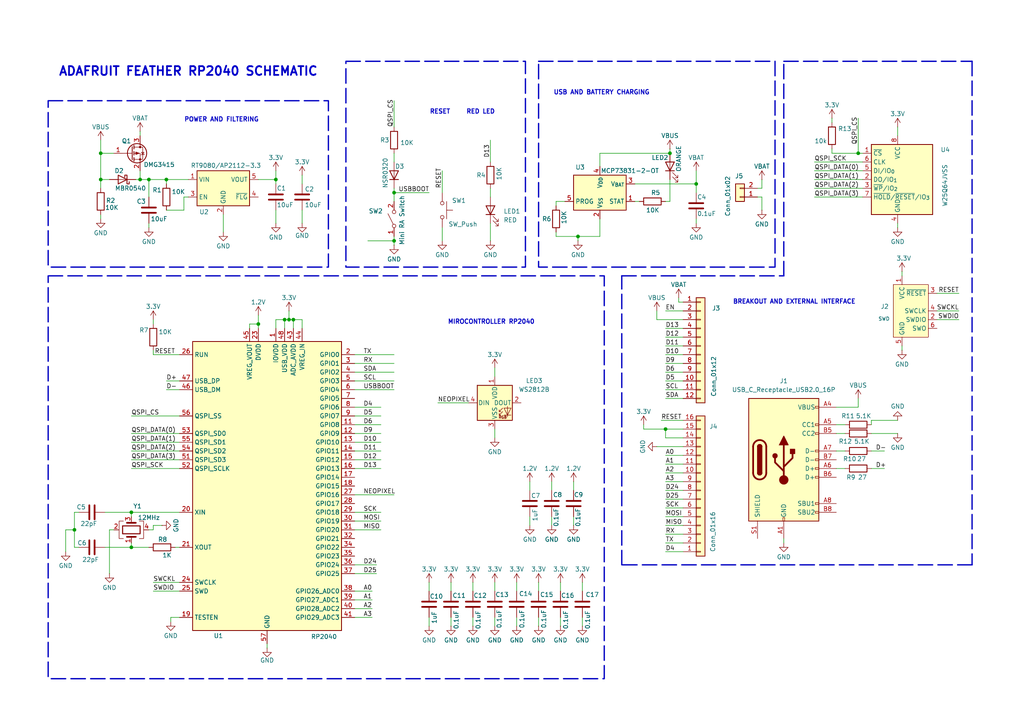
<source format=kicad_sch>
(kicad_sch (version 20250114) (generator "eeschema") (generator_version "9.0")
  (paper "A4")
  (rectangle (start 156.21 17.78) (end 224.79 77.47) (stroke (width 0.381) (type dash)))
  (rectangle (start 13.97 29.21) (end 95.25 77.47) (stroke (width 0.381) (type dash)))
  (rectangle (start 13.97 80.01) (end 175.26 196.85) (stroke (width 0.381) (type dash)))
  (rectangle (start 100.33 17.78) (end 152.4 77.47) (stroke (width 0.381) (type dash)))
  (text "USB AND BATTERY CHARGING" (at 174.498 26.924 0) (effects (font (size 1.27 1.27) (thickness 0.254) (bold yes))))
  (text "MIROCONTROLLER RP2040\n" (at 142.494 93.472 0) (effects (font (size 1.27 1.27) (thickness 0.254) (bold yes))))
  (text "POWER AND FILTERING\n" (at 64.262 34.798 0) (effects (font (size 1.27 1.27) (thickness 0.254) (bold yes))))
  (text "BREAKOUT AND EXTERNAL INTERFACE" (at 230.378 87.63 0) (effects (font (size 1.27 1.27) (thickness 0.254) (bold yes))))
  (text "RESET     RED LED" (at 134.112 32.512 0) (effects (font (size 1.27 1.27) (thickness 0.254) (bold yes))))
  (text "ADAFRUIT FEATHER RP2040 SCHEMATIC" (at 54.61 20.828 0) (effects (font (size 2.54 2.54) (thickness 0.508) (bold yes))))
  (junction (at 29.21 52.07))
  (junction (at 248.92 44.45))
  (junction (at 38.1 148.59))
  (junction (at 201.93 53.34))
  (junction (at 38.1 158.75))
  (junction (at 83.82 92.71))
  (junction (at 167.64 68.58))
  (junction (at 82.55 92.71))
  (junction (at 40.64 52.07))
  (junction (at 85.09 92.71))
  (junction (at 194.31 44.45))
  (junction (at 193.04 124.46))
  (junction (at 80.01 52.07))
  (junction (at 29.21 44.45))
  (junction (at 21.59 153.67))
  (junction (at 114.3 69.85))
  (junction (at 74.93 93.98))
  (junction (at 48.26 52.07))
  (junction (at 43.18 52.07))
  (junction (at 114.3 55.88))
  (wire (pts (xy 80.01 52.07) (xy 80.01 53.34)))
  (wire (pts (xy 38.1 130.81) (xy 52.07 130.81)))
  (wire (pts (xy 161.29 58.42) (xy 163.83 58.42)))
  (wire (pts (xy 194.31 43.18) (xy 194.31 44.45)))
  (wire (pts (xy 83.82 92.71) (xy 82.55 92.71)))
  (wire (pts (xy 48.26 60.96) (xy 53.34 60.96)))
  (wire (pts (xy 31.75 153.67) (xy 33.02 153.67)))
  (wire (pts (xy 102.87 166.37) (xy 109.22 166.37)))
  (wire (pts (xy 127 116.84) (xy 135.89 116.84)))
  (wire (pts (xy 143.51 124.46) (xy 143.51 127)))
  (wire (pts (xy 252.73 135.89) (xy 256.54 135.89)))
  (wire (pts (xy 114.3 55.88) (xy 124.46 55.88)))
  (wire (pts (xy 236.22 46.99) (xy 250.19 46.99)))
  (wire (pts (xy 85.09 92.71) (xy 87.63 92.71)))
  (wire (pts (xy 48.26 52.07) (xy 54.61 52.07)))
  (wire (pts (xy 44.45 171.45) (xy 52.07 171.45)))
  (polyline (pts (xy 180.34 80.01) (xy 180.34 80.01)))
  (wire (pts (xy 102.87 163.83) (xy 109.22 163.83)))
  (wire (pts (xy 191.77 121.92) (xy 198.12 121.92)))
  (wire (pts (xy 261.62 100.33) (xy 261.62 101.6)))
  (wire (pts (xy 102.87 143.51) (xy 114.3 143.51)))
  (wire (pts (xy 193.04 147.32) (xy 198.12 147.32)))
  (wire (pts (xy 44.45 101.6) (xy 44.45 102.87)))
  (wire (pts (xy 102.87 173.99) (xy 107.95 173.99)))
  (wire (pts (xy 31.75 52.07) (xy 29.21 52.07)))
  (wire (pts (xy 190.5 90.17) (xy 190.5 92.71)))
  (wire (pts (xy 74.93 91.44) (xy 74.93 93.98)))
  (wire (pts (xy 114.3 54.61) (xy 114.3 55.88)))
  (wire (pts (xy 161.29 59.69) (xy 161.29 58.42)))
  (wire (pts (xy 248.92 34.29) (xy 248.92 44.45)))
  (wire (pts (xy 193.04 149.86) (xy 198.12 149.86)))
  (wire (pts (xy 102.87 133.35) (xy 110.49 133.35)))
  (wire (pts (xy 77.47 186.69) (xy 77.47 187.96)))
  (polyline (pts (xy 180.34 163.83) (xy 180.34 80.01)) (stroke (width 0.381) (type dash)))
  (wire (pts (xy 156.21 168.91) (xy 156.21 171.45)))
  (wire (pts (xy 43.18 52.07) (xy 43.18 57.15)))
  (wire (pts (xy 242.57 135.89) (xy 245.11 135.89)))
  (wire (pts (xy 143.51 179.07) (xy 143.51 181.61)))
  (wire (pts (xy 220.98 57.15) (xy 219.71 57.15)))
  (wire (pts (xy 252.73 130.81) (xy 256.54 130.81)))
  (wire (pts (xy 142.24 54.61) (xy 142.24 57.15)))
  (polyline (pts (xy 281.94 163.83) (xy 180.34 163.83)) (stroke (width 0.381) (type dash)))
  (wire (pts (xy 40.64 49.53) (xy 40.64 52.07)))
  (wire (pts (xy 80.01 60.96) (xy 80.01 64.77)))
  (wire (pts (xy 271.78 85.09) (xy 278.13 85.09)))
  (wire (pts (xy 22.86 148.59) (xy 21.59 148.59)))
  (wire (pts (xy 102.87 135.89) (xy 110.49 135.89)))
  (wire (pts (xy 186.69 123.19) (xy 186.69 124.46)))
  (wire (pts (xy 242.57 123.19) (xy 245.11 123.19)))
  (wire (pts (xy 44.45 102.87) (xy 52.07 102.87)))
  (wire (pts (xy 128.27 66.04) (xy 128.27 69.85)))
  (wire (pts (xy 160.02 149.86) (xy 160.02 152.4)))
  (wire (pts (xy 50.8 158.75) (xy 52.07 158.75)))
  (wire (pts (xy 137.16 168.91) (xy 137.16 171.45)))
  (wire (pts (xy 114.3 29.21) (xy 114.3 36.83)))
  (wire (pts (xy 74.93 52.07) (xy 80.01 52.07)))
  (wire (pts (xy 40.64 52.07) (xy 43.18 52.07)))
  (wire (pts (xy 128.27 49.53) (xy 128.27 55.88)))
  (wire (pts (xy 44.45 152.4) (xy 44.45 153.67)))
  (wire (pts (xy 153.67 139.7) (xy 153.67 142.24)))
  (wire (pts (xy 48.26 52.07) (xy 48.26 53.34)))
  (wire (pts (xy 193.04 144.78) (xy 198.12 144.78)))
  (wire (pts (xy 241.3 34.29) (xy 241.3 35.56)))
  (wire (pts (xy 166.37 139.7) (xy 166.37 142.24)))
  (wire (pts (xy 193.04 157.48) (xy 198.12 157.48)))
  (wire (pts (xy 44.45 168.91) (xy 52.07 168.91)))
  (wire (pts (xy 193.04 127) (xy 198.12 127)))
  (polyline (pts (xy 227.33 17.78) (xy 281.94 17.78)) (stroke (width 0.381) (type dash)))
  (wire (pts (xy 38.1 148.59) (xy 38.1 149.86)))
  (wire (pts (xy 190.5 129.54) (xy 198.12 129.54)))
  (wire (pts (xy 193.04 105.41) (xy 198.12 105.41)))
  (wire (pts (xy 87.63 92.71) (xy 87.63 95.25)))
  (wire (pts (xy 193.04 139.7) (xy 198.12 139.7)))
  (wire (pts (xy 130.81 179.07) (xy 130.81 181.61)))
  (wire (pts (xy 124.46 179.07) (xy 124.46 181.61)))
  (wire (pts (xy 184.15 58.42) (xy 185.42 58.42)))
  (wire (pts (xy 252.73 121.92) (xy 252.73 123.19)))
  (wire (pts (xy 43.18 52.07) (xy 48.26 52.07)))
  (wire (pts (xy 74.93 93.98) (xy 72.39 93.98)))
  (wire (pts (xy 102.87 130.81) (xy 110.49 130.81)))
  (wire (pts (xy 142.24 64.77) (xy 142.24 69.85)))
  (wire (pts (xy 194.31 58.42) (xy 193.04 58.42)))
  (wire (pts (xy 29.21 44.45) (xy 33.02 44.45)))
  (wire (pts (xy 236.22 49.53) (xy 250.19 49.53)))
  (wire (pts (xy 87.63 60.96) (xy 87.63 64.77)))
  (wire (pts (xy 153.67 149.86) (xy 153.67 152.4)))
  (wire (pts (xy 30.48 158.75) (xy 38.1 158.75)))
  (wire (pts (xy 193.04 100.33) (xy 198.12 100.33)))
  (wire (pts (xy 124.46 168.91) (xy 124.46 171.45)))
  (wire (pts (xy 193.04 132.08) (xy 198.12 132.08)))
  (wire (pts (xy 193.04 107.95) (xy 198.12 107.95)))
  (wire (pts (xy 173.99 68.58) (xy 173.99 63.5)))
  (wire (pts (xy 242.57 130.81) (xy 245.11 130.81)))
  (wire (pts (xy 220.98 57.15) (xy 220.98 60.96)))
  (wire (pts (xy 242.57 125.73) (xy 245.11 125.73)))
  (wire (pts (xy 149.86 179.07) (xy 149.86 181.61)))
  (wire (pts (xy 201.93 49.53) (xy 201.93 53.34)))
  (wire (pts (xy 102.87 105.41) (xy 114.3 105.41)))
  (wire (pts (xy 142.24 40.64) (xy 142.24 46.99)))
  (wire (pts (xy 149.86 168.91) (xy 149.86 171.45)))
  (wire (pts (xy 64.77 62.23) (xy 64.77 67.31)))
  (wire (pts (xy 193.04 90.17) (xy 198.12 90.17)))
  (wire (pts (xy 21.59 148.59) (xy 21.59 153.67)))
  (wire (pts (xy 39.37 52.07) (xy 40.64 52.07)))
  (wire (pts (xy 143.51 106.68) (xy 143.51 109.22)))
  (wire (pts (xy 102.87 120.65) (xy 110.49 120.65)))
  (wire (pts (xy 102.87 123.19) (xy 110.49 123.19)))
  (wire (pts (xy 193.04 97.79) (xy 198.12 97.79)))
  (wire (pts (xy 196.85 86.36) (xy 196.85 87.63)))
  (wire (pts (xy 236.22 57.15) (xy 250.19 57.15)))
  (wire (pts (xy 49.53 179.07) (xy 52.07 179.07)))
  (wire (pts (xy 19.05 153.67) (xy 21.59 153.67)))
  (wire (pts (xy 102.87 153.67) (xy 110.49 153.67)))
  (wire (pts (xy 102.87 118.11) (xy 110.49 118.11)))
  (wire (pts (xy 193.04 113.03) (xy 198.12 113.03)))
  (wire (pts (xy 190.5 92.71) (xy 198.12 92.71)))
  (wire (pts (xy 19.05 160.02) (xy 19.05 153.67)))
  (wire (pts (xy 194.31 44.45) (xy 173.99 44.45)))
  (wire (pts (xy 82.55 92.71) (xy 80.01 92.71)))
  (wire (pts (xy 193.04 142.24) (xy 198.12 142.24)))
  (wire (pts (xy 193.04 110.49) (xy 198.12 110.49)))
  (wire (pts (xy 201.93 63.5) (xy 201.93 64.77)))
  (wire (pts (xy 48.26 110.49) (xy 52.07 110.49)))
  (polyline (pts (xy 180.34 80.01) (xy 227.33 80.01)) (stroke (width 0.381) (type dash)))
  (wire (pts (xy 161.29 67.31) (xy 161.29 68.58)))
  (wire (pts (xy 102.87 128.27) (xy 110.49 128.27)))
  (polyline (pts (xy 281.94 17.78) (xy 281.94 163.83)) (stroke (width 0.381) (type dash)))
  (wire (pts (xy 184.15 53.34) (xy 201.93 53.34)))
  (wire (pts (xy 248.92 44.45) (xy 250.19 44.45)))
  (wire (pts (xy 38.1 133.35) (xy 52.07 133.35)))
  (wire (pts (xy 21.59 158.75) (xy 22.86 158.75)))
  (wire (pts (xy 173.99 44.45) (xy 173.99 48.26)))
  (wire (pts (xy 29.21 40.64) (xy 29.21 44.45)))
  (wire (pts (xy 227.33 156.21) (xy 227.33 157.48)))
  (wire (pts (xy 220.98 52.07) (xy 220.98 54.61)))
  (wire (pts (xy 162.56 179.07) (xy 162.56 181.61)))
  (wire (pts (xy 167.64 68.58) (xy 167.64 69.85)))
  (wire (pts (xy 44.45 153.67) (xy 43.18 153.67)))
  (wire (pts (xy 261.62 78.74) (xy 261.62 80.01)))
  (wire (pts (xy 161.29 68.58) (xy 167.64 68.58)))
  (wire (pts (xy 29.21 62.23) (xy 29.21 63.5)))
  (wire (pts (xy 102.87 148.59) (xy 110.49 148.59)))
  (wire (pts (xy 166.37 149.86) (xy 166.37 152.4)))
  (wire (pts (xy 85.09 92.71) (xy 85.09 95.25)))
  (wire (pts (xy 38.1 120.65) (xy 52.07 120.65)))
  (wire (pts (xy 248.92 118.11) (xy 248.92 115.57)))
  (wire (pts (xy 143.51 168.91) (xy 143.51 171.45)))
  (wire (pts (xy 193.04 137.16) (xy 198.12 137.16)))
  (wire (pts (xy 102.87 179.07) (xy 107.95 179.07)))
  (wire (pts (xy 130.81 168.91) (xy 130.81 171.45)))
  (wire (pts (xy 193.04 102.87) (xy 198.12 102.87)))
  (wire (pts (xy 38.1 135.89) (xy 52.07 135.89)))
  (wire (pts (xy 278.13 92.71) (xy 271.78 92.71)))
  (wire (pts (xy 38.1 148.59) (xy 52.07 148.59)))
  (wire (pts (xy 194.31 52.07) (xy 194.31 58.42)))
  (wire (pts (xy 162.56 168.91) (xy 162.56 171.45)))
  (wire (pts (xy 260.35 64.77) (xy 260.35 66.04)))
  (wire (pts (xy 29.21 52.07) (xy 29.21 54.61)))
  (wire (pts (xy 83.82 92.71) (xy 85.09 92.71)))
  (wire (pts (xy 106.68 69.85) (xy 114.3 69.85)))
  (wire (pts (xy 80.01 92.71) (xy 80.01 95.25)))
  (wire (pts (xy 38.1 125.73) (xy 52.07 125.73)))
  (wire (pts (xy 44.45 92.71) (xy 44.45 93.98)))
  (wire (pts (xy 156.21 179.07) (xy 156.21 181.61)))
  (wire (pts (xy 102.87 125.73) (xy 110.49 125.73)))
  (wire (pts (xy 114.3 68.58) (xy 114.3 69.85)))
  (wire (pts (xy 236.22 54.61) (xy 250.19 54.61)))
  (wire (pts (xy 102.87 176.53) (xy 107.95 176.53)))
  (wire (pts (xy 114.3 44.45) (xy 114.3 46.99)))
  (wire (pts (xy 193.04 95.25) (xy 198.12 95.25)))
  (polyline (pts (xy 227.33 80.01) (xy 227.33 17.78)) (stroke (width 0.381) (type dash)))
  (wire (pts (xy 260.35 121.92) (xy 252.73 121.92)))
  (wire (pts (xy 193.04 134.62) (xy 198.12 134.62)))
  (wire (pts (xy 40.64 38.1) (xy 40.64 39.37)))
  (wire (pts (xy 201.93 53.34) (xy 201.93 55.88)))
  (wire (pts (xy 83.82 90.17) (xy 83.82 92.71)))
  (wire (pts (xy 53.34 57.15) (xy 54.61 57.15)))
  (wire (pts (xy 114.3 69.85) (xy 114.3 71.12)))
  (wire (pts (xy 46.99 152.4) (xy 44.45 152.4)))
  (wire (pts (xy 260.35 36.83) (xy 260.35 39.37)))
  (wire (pts (xy 102.87 151.13) (xy 110.49 151.13)))
  (wire (pts (xy 193.04 124.46) (xy 193.04 127)))
  (wire (pts (xy 30.48 148.59) (xy 38.1 148.59)))
  (wire (pts (xy 43.18 64.77) (xy 43.18 66.04)))
  (wire (pts (xy 193.04 160.02) (xy 198.12 160.02)))
  (wire (pts (xy 82.55 92.71) (xy 82.55 95.25)))
  (wire (pts (xy 193.04 115.57) (xy 198.12 115.57)))
  (wire (pts (xy 193.04 152.4) (xy 198.12 152.4)))
  (wire (pts (xy 21.59 153.67) (xy 21.59 158.75)))
  (wire (pts (xy 48.26 113.03) (xy 52.07 113.03)))
  (wire (pts (xy 241.3 44.45) (xy 248.92 44.45)))
  (wire (pts (xy 102.87 102.87) (xy 114.3 102.87)))
  (wire (pts (xy 167.64 68.58) (xy 173.99 68.58)))
  (wire (pts (xy 193.04 124.46) (xy 198.12 124.46)))
  (wire (pts (xy 168.91 179.07) (xy 168.91 181.61)))
  (wire (pts (xy 168.91 168.91) (xy 168.91 171.45)))
  (wire (pts (xy 241.3 44.45) (xy 241.3 43.18)))
  (wire (pts (xy 160.02 139.7) (xy 160.02 142.24)))
  (wire (pts (xy 278.13 90.17) (xy 271.78 90.17)))
  (wire (pts (xy 74.93 93.98) (xy 74.93 95.25)))
  (wire (pts (xy 72.39 93.98) (xy 72.39 95.25)))
  (wire (pts (xy 80.01 49.53) (xy 80.01 52.07)))
  (wire (pts (xy 252.73 125.73) (xy 260.35 125.73)))
  (wire (pts (xy 198.12 87.63) (xy 196.85 87.63)))
  (wire (pts (xy 220.98 54.61) (xy 219.71 54.61)))
  (wire (pts (xy 186.69 124.46) (xy 193.04 124.46)))
  (wire (pts (xy 38.1 158.75) (xy 43.18 158.75)))
  (wire (pts (xy 53.34 60.96) (xy 53.34 57.15)))
  (wire (pts (xy 87.63 50.8) (xy 87.63 53.34)))
  (wire (pts (xy 49.53 180.34) (xy 49.53 179.07)))
  (wire (pts (xy 114.3 55.88) (xy 114.3 58.42)))
  (wire (pts (xy 29.21 44.45) (xy 29.21 52.07)))
  (wire (pts (xy 193.04 154.94) (xy 198.12 154.94)))
  (wire (pts (xy 31.75 153.67) (xy 31.75 166.37)))
  (wire (pts (xy 102.87 107.95) (xy 114.3 107.95)))
  (wire (pts (xy 137.16 179.07) (xy 137.16 181.61)))
  (wire (pts (xy 102.87 113.03) (xy 114.3 113.03)))
  (wire (pts (xy 236.22 52.07) (xy 250.19 52.07)))
  (wire (pts (xy 242.57 118.11) (xy 248.92 118.11)))
  (wire (pts (xy 38.1 128.27) (xy 52.07 128.27)))
  (wire (pts (xy 102.87 171.45) (xy 107.95 171.45)))
  (wire (pts (xy 102.87 110.49) (xy 114.3 110.49)))
  (wire (pts (xy 38.1 157.48) (xy 38.1 158.75)))
  (label "TX" (at 105.41 102.87 0))
  (label "SCK" (at 193.04 147.32 0))
  (label "SCK" (at 105.41 148.59 0))
  (label "QSPI_DATA(1)" (at 38.1 128.27 0))
  (label "D13" (at 142.24 45.72 90))
  (label "QSPI_DATA(0)" (at 38.1 125.73 0))
  (label "D-" (at 254 130.81 0))
  (label "NEOPIXEL" (at 105.41 143.51 0))
  (label "A2" (at 193.04 137.16 0))
  (label "SDA" (at 193.04 115.57 0))
  (label "RESET" (at 128.27 54.61 90))
  (label "D24" (at 105.41 163.83 0))
  (label "QSPI_DATA(2)" (at 236.22 54.61 0))
  (label "A3" (at 193.04 139.7 0))
  (label "NEOPIXEL" (at 127 116.84 0))
  (label "D10" (at 193.04 102.87 0))
  (label "D12" (at 193.04 97.79 0))
  (label "QSPI_CS" (at 248.92 41.91 90))
  (label "A2" (at 105.41 176.53 0))
  (label "D10" (at 105.41 128.27 0))
  (label "EN" (at 193.04 90.17 0))
  (label "D9" (at 105.41 125.73 0))
  (label "A0" (at 193.04 132.08 0))
  (label "RX" (at 105.41 105.41 0))
  (label "QSPI_DATA(0)" (at 236.22 49.53 0))
  (label "SWCKL" (at 278.13 90.17 180))
  (label "D5" (at 105.41 120.65 0))
  (label "MISO" (at 193.04 152.4 0))
  (label "MOSI" (at 193.04 149.86 0))
  (label "USBBOOT" (at 105.41 113.03 0))
  (label "QSPI_DATA(3)" (at 38.1 133.35 0))
  (label "D6" (at 105.41 123.19 0))
  (label "MISO" (at 105.41 153.67 0))
  (label "RESET" (at 278.13 85.09 180))
  (label "D25" (at 193.04 144.78 0))
  (label "RESET" (at 50.8 102.87 180))
  (label "A0" (at 105.41 171.45 0))
  (label "QSPI_DATA(3)" (at 236.22 57.15 0))
  (label "QSPI_SCK" (at 38.1 135.89 0))
  (label "QSPI_CS" (at 114.3 36.83 90))
  (label "D24" (at 193.04 142.24 0))
  (label "D4" (at 193.04 160.02 0))
  (label "RESET" (at 191.77 121.92 0))
  (label "SWCKL" (at 44.45 168.91 0))
  (label "QSPI_CS" (at 38.1 120.65 0))
  (label "SCL" (at 193.04 113.03 0))
  (label "MOSI" (at 105.41 151.13 0))
  (label "D11" (at 193.04 100.33 0))
  (label "D6" (at 193.04 107.95 0))
  (label "D9" (at 193.04 105.41 0))
  (label "D5" (at 193.04 110.49 0))
  (label "SDA" (at 105.41 107.95 0))
  (label "USBBOOT" (at 115.57 55.88 0))
  (label "TX" (at 193.04 157.48 0))
  (label "D13" (at 193.04 95.25 0))
  (label "D12" (at 105.41 133.35 0))
  (label "SCL" (at 105.41 110.49 0))
  (label "QSPI_DATA(2)" (at 38.1 130.81 0))
  (label "D4" (at 105.41 118.11 0))
  (label "RX" (at 193.04 154.94 0))
  (label "D13" (at 105.41 135.89 0))
  (label "QSPI_SCK" (at 236.22 46.99 0))
  (label "A1" (at 105.41 173.99 0))
  (label "QSPI_DATA(1)" (at 236.22 52.07 0))
  (label "D-" (at 48.26 113.03 0))
  (label "SWDIO" (at 278.13 92.71 180))
  (label "D25" (at 105.41 166.37 0))
  (label "A3" (at 105.41 179.07 0))
  (label "D11" (at 105.41 130.81 0))
  (label "D+" (at 254 135.89 0))
  (label "SWDIO" (at 44.45 171.45 0))
  (label "D+" (at 48.26 110.49 0))
  (label "A1" (at 193.04 134.62 0))
  (symbol (lib_id "power:GND") (at 143.51 127 0) (unit 1)
    (property "Reference" "#PWR061" (effects (hide yes)))
    (property "Value" "GND" (at 143.51 131.064 0))
    (property "Description" "Power symbol creates a global label with name \"GND\" , ground" (effects (hide yes)))
  )
  (symbol (lib_id "Device:LED") (at 142.24 60.96 90) (unit 1)
    (property "Reference" "LED1" (at 146.05 61.2774 90) (effects (justify right)))
    (property "Value" "RED" (at 146.05 63.8174 90) (effects (justify right)))
    (property "Footprint" "LED_SMD:LED_0603_1608Metric" (effects (hide yes)))
    (property "Description" "Light emitting diode" (effects (hide yes)))
    (property "Sim.Pins" "1=K 2=A" (effects (hide yes)))
  )
  (symbol (lib_id "Device:C") (at 201.93 59.69 0) (unit 1)
    (property "Reference" "C4" (at 202.184 57.15 0) (effects (justify left)))
    (property "Value" "0.1uF" (at 202.184 61.976 0) (effects (justify left)))
    (property "Footprint" "Capacitor_SMD:C_0603_1608Metric" (effects (hide yes)))
    (property "Description" "Unpolarized capacitor" (effects (hide yes)))
  )
  (symbol (lib_id "power:VCC") (at 143.51 106.68 0) (unit 1)
    (property "Reference" "#PWR060" (effects (hide yes)))
    (property "Value" "3.3V" (at 143.51 102.87 0))
    (property "Description" "Power symbol creates a global label with name \"VCC\"" (effects (hide yes)))
  )
  (symbol (lib_id "power:VCC") (at 40.64 38.1 0) (unit 1)
    (property "Reference" "#PWR03" (effects (hide yes)))
    (property "Value" "VBAT" (at 40.64 34.29 0))
    (property "Description" "Power symbol creates a global label with name \"VCC\"" (effects (hide yes)))
  )
  (symbol (lib_id "power:VCC") (at 201.93 49.53 0) (unit 1)
    (property "Reference" "#PWR016" (effects (hide yes)))
    (property "Value" "VBAT" (at 201.93 45.72 0))
    (property "Description" "Power symbol creates a global label with name \"VCC\"" (effects (hide yes)))
  )
  (symbol (lib_id "power:VCC") (at 168.91 168.91 0) (unit 1)
    (property "Reference" "#PWR041" (effects (hide yes)))
    (property "Value" "3.3V" (at 168.91 165.1 0))
    (property "Description" "Power symbol creates a global label with name \"VCC\"" (effects (hide yes)))
  )
  (symbol (lib_id "Connector_Generic:Conn_01x12") (at 203.2 100.33 0) (unit 1)
    (property "Reference" "J3" (at 206.502 89.408 0) (effects (justify left)))
    (property "Value" "Conn_01x12" (at 207.01 115.062 90) (effects (justify left)))
    (property "Footprint" "Connector_PinHeader_2.54mm:PinHeader_1x12_P2.54mm_Vertical" (effects (hide yes)))
    (property "Description" "Generic connector, single row, 01x12, script generated (kicad-library-utils/schlib/autogen/connector/)" (effects (hide yes)))
  )
  (symbol (lib_id "power:VCC") (at 149.86 168.91 0) (unit 1)
    (property "Reference" "#PWR038" (effects (hide yes)))
    (property "Value" "3.3V" (at 149.86 165.1 0))
    (property "Description" "Power symbol creates a global label with name \"VCC\"" (effects (hide yes)))
  )
  (symbol (lib_id "power:VCC") (at 261.62 78.74 0) (unit 1)
    (property "Reference" "#PWR062" (effects (hide yes)))
    (property "Value" "3.3V" (at 262.128 74.93 0))
    (property "Description" "Power symbol creates a global label with name \"VCC\"" (effects (hide yes)))
  )
  (symbol (lib_id "Device:LED") (at 194.31 48.26 90) (unit 1)
    (property "Reference" "LED2" (at 188.976 45.72 90) (effects (justify right)))
    (property "Value" "ORANGE" (at 196.85 42.164 0) (effects (justify right)))
    (property "Footprint" "LED_SMD:LED_0603_1608Metric" (effects (hide yes)))
    (property "Description" "Light emitting diode" (effects (hide yes)))
    (property "Sim.Pins" "1=K 2=A" (effects (hide yes)))
  )
  (symbol (lib_id "Transistor_FET:DMG2301L") (at 38.1 44.45 0) (unit 1)
    (property "Reference" "Q1" (at 35.306 40.894 0) (effects (justify left)))
    (property "Value" "DMG3415" (at 41.656 47.752 0) (effects (justify left)))
    (property "Footprint" "Package_TO_SOT_SMD:SOT-23-3" (effects (hide yes)))
    (property "Datasheet" "https://www.diodes.com/assets/Datasheets/DMG2301L.pdf" (effects (hide yes)))
    (property "Description" "-3A Id, -20V Vds, P-Channel MOSFET, SOT-23" (effects (hide yes)))
  )
  (symbol (lib_id "power:GND") (at 77.47 187.96 0) (unit 1)
    (property "Reference" "#PWR028" (effects (hide yes)))
    (property "Value" "GND" (at 77.47 191.516 0))
    (property "Description" "Power symbol creates a global label with name \"GND\" , ground" (effects (hide yes)))
  )
  (symbol (lib_id "power:GND") (at 137.16 181.61 0) (unit 1)
    (property "Reference" "#PWR047" (effects (hide yes)))
    (property "Value" "GND" (at 137.16 185.674 0))
    (property "Description" "Power symbol creates a global label with name \"GND\" , ground" (effects (hide yes)))
  )
  (symbol (lib_id "power:GND") (at 64.77 67.31 0) (unit 1)
    (property "Reference" "#PWR02" (effects (hide yes)))
    (property "Value" "GND" (at 64.77 71.374 0))
    (property "Description" "Power symbol creates a global label with name \"GND\" , ground" (effects (hide yes)))
  )
  (symbol (lib_id "power:GND") (at 130.81 181.61 0) (unit 1)
    (property "Reference" "#PWR046" (effects (hide yes)))
    (property "Value" "GND" (at 130.81 185.674 0))
    (property "Description" "Power symbol creates a global label with name \"GND\" , ground" (effects (hide yes)))
  )
  (symbol (lib_id "power:GND") (at 168.91 181.61 0) (unit 1)
    (property "Reference" "#PWR052" (effects (hide yes)))
    (property "Value" "GND" (at 168.91 185.674 0))
    (property "Description" "Power symbol creates a global label with name \"GND\" , ground" (effects (hide yes)))
  )
  (symbol (lib_id "Device:R") (at 46.99 158.75 90) (unit 1)
    (property "Reference" "R8" (at 48.514 156.464 90) (effects (justify left)))
    (property "Value" "1K" (at 49.784 161.036 90) (effects (justify left)))
    (property "Footprint" "Resistor_SMD:R_0603_1608Metric" (effects (hide yes)))
    (property "Description" "Resistor" (effects (hide yes)))
  )
  (symbol (lib_id "power:GND") (at 261.62 101.6 0) (unit 1)
    (property "Reference" "#PWR063" (effects (hide yes)))
    (property "Value" "GND" (at 261.62 105.664 0))
    (property "Description" "Power symbol creates a global label with name \"GND\" , ground" (effects (hide yes)))
  )
  (symbol (lib_id "Device:C") (at 26.67 158.75 90) (unit 1)
    (property "Reference" "C6" (at 25.146 157.48 90) (effects (justify left)))
    (property "Value" "22pF" (at 28.702 162.306 90) (effects (justify left)))
    (property "Footprint" "Capacitor_SMD:C_0603_1608Metric" (effects (hide yes)))
    (property "Description" "Unpolarized capacitor" (effects (hide yes)))
  )
  (symbol (lib_id "power:VCC") (at 80.01 49.53 0) (unit 1)
    (property "Reference" "#PWR04" (effects (hide yes)))
    (property "Value" "3.3V" (at 80.01 45.72 0))
    (property "Description" "Power symbol creates a global label with name \"VCC\"" (effects (hide yes)))
  )
  (symbol (lib_id "power:GND") (at 260.35 66.04 0) (unit 1)
    (property "Reference" "#PWR057" (effects (hide yes)))
    (property "Value" "GND" (at 260.35 70.104 0))
    (property "Description" "Power symbol creates a global label with name \"GND\" , ground" (effects (hide yes)))
  )
  (symbol (lib_id "Device:C") (at 166.37 146.05 180) (unit 1)
    (property "Reference" "C9" (at 169.164 143.51 0) (effects (justify left)))
    (property "Value" "0.1uF" (at 167.64 147.32 90) (effects (justify left)))
    (property "Footprint" "Capacitor_SMD:C_0603_1608Metric" (effects (hide yes)))
    (property "Description" "Unpolarized capacitor" (effects (hide yes)))
  )
  (symbol (lib_id "power:VCC") (at 194.31 43.18 0) (unit 1)
    (property "Reference" "#PWR013" (effects (hide yes)))
    (property "Value" "VBUS" (at 194.31 39.37 0))
    (property "Description" "Power symbol creates a global label with name \"VCC\"" (effects (hide yes)))
  )
  (symbol (lib_id "power:GND") (at 43.18 66.04 0) (unit 1)
    (property "Reference" "#PWR08" (effects (hide yes)))
    (property "Value" "GND" (at 43.18 70.104 0))
    (property "Description" "Power symbol creates a global label with name \"GND\" , ground" (effects (hide yes)))
  )
  (symbol (lib_id "power:VCC") (at 143.51 168.91 0) (unit 1)
    (property "Reference" "#PWR037" (effects (hide yes)))
    (property "Value" "3.3V" (at 143.51 165.1 0))
    (property "Description" "Power symbol creates a global label with name \"VCC\"" (effects (hide yes)))
  )
  (symbol (lib_id "Device:R") (at 248.92 130.81 90) (unit 1)
    (property "Reference" "R10" (at 248.412 133.096 90) (effects (justify left)))
    (property "Value" "27" (at 251.206 133.096 90) (effects (justify left)))
    (property "Footprint" "Resistor_SMD:R_0603_1608Metric" (effects (hide yes)))
    (property "Description" "Resistor" (effects (hide yes)))
  )
  (symbol (lib_id "power:GND") (at 143.51 181.61 0) (unit 1)
    (property "Reference" "#PWR048" (effects (hide yes)))
    (property "Value" "GND" (at 143.51 185.674 0))
    (property "Description" "Power symbol creates a global label with name \"GND\" , ground" (effects (hide yes)))
  )
  (symbol (lib_id "Device:C") (at 43.18 60.96 0) (unit 1)
    (property "Reference" "C3" (at 39.624 58.42 0) (effects (justify left)))
    (property "Value" "10uF" (at 43.688 63.5 0) (effects (justify left)))
    (property "Footprint" "Capacitor_SMD:C_0603_1608Metric" (effects (hide yes)))
    (property "Description" "Unpolarized capacitor" (effects (hide yes)))
  )
  (symbol (lib_id "power:VCC") (at 186.69 123.19 0) (unit 1)
    (property "Reference" "#PWR021" (effects (hide yes)))
    (property "Value" "3.3V" (at 186.69 119.38 0))
    (property "Description" "Power symbol creates a global label with name \"VCC\"" (effects (hide yes)))
  )
  (symbol (lib_id "power:VCC") (at 153.67 139.7 0) (unit 1)
    (property "Reference" "#PWR031" (effects (hide yes)))
    (property "Value" "1.2V" (at 153.67 135.89 0))
    (property "Description" "Power symbol creates a global label with name \"VCC\"" (effects (hide yes)))
  )
  (symbol (lib_id "Device:R") (at 248.92 125.73 90) (unit 1)
    (property "Reference" "R12" (at 247.142 128.016 90) (effects (justify left)))
    (property "Value" "5.1K" (at 252.222 128.016 90) (effects (justify left)))
    (property "Footprint" "Resistor_SMD:R_0603_1608Metric" (effects (hide yes)))
    (property "Description" "Resistor" (effects (hide yes)))
  )
  (symbol (lib_id "Device:C") (at 124.46 175.26 180) (unit 1)
    (property "Reference" "C10" (at 128.524 172.974 0) (effects (justify left)))
    (property "Value" "1uF" (at 125.984 177.292 90) (effects (justify left)))
    (property "Footprint" "Capacitor_SMD:C_0603_1608Metric" (effects (hide yes)))
    (property "Description" "Unpolarized capacitor" (effects (hide yes)))
  )
  (symbol (lib_id "power:VCC") (at 166.37 139.7 0) (unit 1)
    (property "Reference" "#PWR033" (effects (hide yes)))
    (property "Value" "1.2V" (at 166.37 135.89 0))
    (property "Description" "Power symbol creates a global label with name \"VCC\"" (effects (hide yes)))
  )
  (symbol (lib_id "Device:R") (at 241.3 39.37 0) (unit 1)
    (property "Reference" "R13" (at 243.078 37.338 0) (effects (justify left)))
    (property "Value" "10k" (at 236.22 40.894 0) (effects (justify left)))
    (property "Footprint" "Resistor_SMD:R_0603_1608Metric" (effects (hide yes)))
    (property "Description" "Resistor" (effects (hide yes)))
  )
  (symbol (lib_id "Device:C") (at 153.67 146.05 180) (unit 1)
    (property "Reference" "C7" (at 156.718 143.764 0) (effects (justify left)))
    (property "Value" "1uF" (at 155.194 147.574 90) (effects (justify left)))
    (property "Footprint" "Capacitor_SMD:C_0603_1608Metric" (effects (hide yes)))
    (property "Description" "Unpolarized capacitor" (effects (hide yes)))
  )
  (symbol (lib_id "Device:R") (at 114.3 40.64 0) (unit 1)
    (property "Reference" "R3" (at 110.236 40.64 0) (effects (justify left)))
    (property "Value" "10K" (at 116.078 41.402 0) (effects (justify left)))
    (property "Footprint" "Resistor_SMD:R_0603_1608Metric" (effects (hide yes)))
    (property "Description" "Resistor" (effects (hide yes)))
  )
  (symbol (lib_id "Memory_Flash:W25Q32JVSS") (at 260.35 52.07 0) (unit 1)
    (property "Reference" "U4" (at 272.796 43.434 0) (effects (justify left)))
    (property "Value" "W25Q64JVSS" (at 274.066 59.944 90) (effects (justify left)))
    (property "Footprint" "Package_SO:SOIC-8_5.3x5.3mm_P1.27mm" (effects (hide yes)))
    (property "Datasheet" "http://www.winbond.com/resource-files/w25q32jv%20revg%2003272018%20plus.pdf" (effects (hide yes)))
    (property "Description" "32Mbit / 4MiB Serial Flash Memory, Standard/Dual/Quad SPI, 2.7-3.6V, SOIC-8 (208 mil)" (effects (hide yes)))
  )
  (symbol (lib_id "power:GND") (at 190.5 129.54 270) (unit 1)
    (property "Reference" "#PWR022" (effects (hide yes)))
    (property "Value" "GND" (at 186.436 129.54 0))
    (property "Description" "Power symbol creates a global label with name \"GND\" , ground" (effects (hide yes)))
  )
  (symbol (lib_id "power:GND") (at 167.64 69.85 0) (unit 1)
    (property "Reference" "#PWR014" (effects (hide yes)))
    (property "Value" "GND" (at 167.64 73.914 0))
    (property "Description" "Power symbol creates a global label with name \"GND\" , ground" (effects (hide yes)))
  )
  (symbol (lib_id "power:GND") (at 124.46 181.61 0) (unit 1)
    (property "Reference" "#PWR045" (effects (hide yes)))
    (property "Value" "GND" (at 124.46 185.674 0))
    (property "Description" "Power symbol creates a global label with name \"GND\" , ground" (effects (hide yes)))
  )
  (symbol (lib_id "power:GND") (at 31.75 166.37 0) (unit 1)
    (property "Reference" "#PWR065" (effects (hide yes)))
    (property "Value" "GND" (at 31.75 170.434 0))
    (property "Description" "Power symbol creates a global label with name \"GND\" , ground" (effects (hide yes)))
  )
  (symbol (lib_id "Connector:USB_C_Receptacle_USB2.0_16P") (at 227.33 133.35 0) (unit 1)
    (property "Reference" "J1" (at 227.33 110.49 0))
    (property "Value" "USB_C_Receptacle_USB2.0_16P" (at 227.33 113.03 0))
    (property "Footprint" "Connector_USB:USB_C_Receptacle_GCT_USB4105-xx-A_16P_TopMnt_Horizontal" (effects (hide yes)))
    (property "Datasheet" "https://www.usb.org/sites/default/files/documents/usb_type-c.zip" (effects (hide yes)))
    (property "Description" "USB 2.0-only 16P Type-C Receptacle connector" (effects (hide yes)))
  )
  (symbol (lib_id "power:GND") (at 87.63 64.77 0) (unit 1)
    (property "Reference" "#PWR07" (effects (hide yes)))
    (property "Value" "GND" (at 87.63 68.326 0))
    (property "Description" "Power symbol creates a global label with name \"GND\" , ground" (effects (hide yes)))
  )
  (symbol (lib_id "Device:R") (at 29.21 58.42 0) (unit 1)
    (property "Reference" "R2" (at 30.734 58.166 0) (effects (justify left)))
    (property "Value" "10K" (at 30.48 60.198 0) (effects (justify left)))
    (property "Footprint" "Resistor_SMD:R_0603_1608Metric" (effects (hide yes)))
    (property "Description" "Resistor" (effects (hide yes)))
  )
  (symbol (lib_id "Device:R") (at 142.24 50.8 0) (unit 1)
    (property "Reference" "R4" (at 138.176 50.8 0) (effects (justify left)))
    (property "Value" "10K" (at 144.78 52.324 90) (effects (justify left)))
    (property "Footprint" "Resistor_SMD:R_0603_1608Metric" (effects (hide yes)))
    (property "Description" "Resistor" (effects (hide yes)))
  )
  (symbol (lib_id "power:VCC") (at 160.02 139.7 0) (unit 1)
    (property "Reference" "#PWR032" (effects (hide yes)))
    (property "Value" "1.2V" (at 160.02 135.89 0))
    (property "Description" "Power symbol creates a global label with name \"VCC\"" (effects (hide yes)))
  )
  (symbol (lib_id "Device:R") (at 161.29 63.5 0) (unit 1)
    (property "Reference" "R6" (at 157.226 63.5 0) (effects (justify left)))
    (property "Value" "10K" (at 163.576 65.024 90) (effects (justify left)))
    (property "Footprint" "Resistor_SMD:R_0603_1608Metric" (effects (hide yes)))
    (property "Description" "Resistor" (effects (hide yes)))
  )
  (symbol (lib_id "power:VCC") (at 83.82 90.17 0) (unit 1)
    (property "Reference" "#PWR026" (effects (hide yes)))
    (property "Value" "3.3V" (at 83.82 86.36 0))
    (property "Description" "Power symbol creates a global label with name \"VCC\"" (effects (hide yes)))
  )
  (symbol (lib_id "LED:WS2812B") (at 143.51 116.84 0) (unit 1)
    (property "Reference" "LED3" (at 154.94 110.4198 0))
    (property "Value" "WS2812B" (at 154.94 112.9598 0))
    (property "Footprint" "LED_SMD:LED_WS2812B_PLCC4_5.0x5.0mm_P3.2mm" (effects (hide yes)))
    (property "Datasheet" "https://cdn-shop.adafruit.com/datasheets/WS2812B.pdf" (effects (hide yes)))
    (property "Description" "RGB LED with integrated controller" (effects (hide yes)))
  )
  (symbol (lib_id "power:GND") (at 80.01 64.77 0) (unit 1)
    (property "Reference" "#PWR06" (effects (hide yes)))
    (property "Value" "GND" (at 80.01 68.834 0))
    (property "Description" "Power symbol creates a global label with name \"GND\" , ground" (effects (hide yes)))
  )
  (symbol (lib_id "Connector_Generic:Conn_01x16") (at 203.2 142.24 0) (mirror x) (unit 1)
    (property "Reference" "J4" (at 205.74 123.698 0) (effects (justify left)))
    (property "Value" "Conn_01x16" (at 206.756 148.336 90) (effects (justify left)))
    (property "Footprint" "Connector_PinHeader_2.54mm:PinHeader_1x16_P2.54mm_Vertical" (effects (hide yes)))
    (property "Description" "Generic connector, single row, 01x16, script generated (kicad-library-utils/schlib/autogen/connector/)" (effects (hide yes)))
  )
  (symbol (lib_id "Device:C") (at 162.56 175.26 180) (unit 1)
    (property "Reference" "C16" (at 166.624 172.72 0) (effects (justify left)))
    (property "Value" "0.1uF" (at 164.084 177.038 90) (effects (justify left)))
    (property "Footprint" "Capacitor_SMD:C_0603_1608Metric" (effects (hide yes)))
    (property "Description" "Unpolarized capacitor" (effects (hide yes)))
  )
  (symbol (lib_id "power:VCC") (at 29.21 40.64 0) (unit 1)
    (property "Reference" "#PWR01" (effects (hide yes)))
    (property "Value" "VBUS" (at 29.21 36.83 0))
    (property "Description" "Power symbol creates a global label with name \"VCC\"" (effects (hide yes)))
  )
  (symbol (lib_id "Connector_Generic:Conn_01x02") (at 214.63 57.15 180) (unit 1)
    (property "Reference" "J5" (at 214.376 51.054 0))
    (property "Value" "Conn_01x02" (at 211.074 56.896 90))
    (property "Footprint" "Connector_JST:JST_EH_S2B-EH_1x02_P2.50mm_Horizontal" (effects (hide yes)))
    (property "Description" "Generic connector, single row, 01x02, script generated (kicad-library-utils/schlib/autogen/connector/)" (effects (hide yes)))
  )
  (symbol (lib_id "power:VCC") (at 130.81 168.91 0) (unit 1)
    (property "Reference" "#PWR035" (effects (hide yes)))
    (property "Value" "3.3V" (at 130.81 165.1 0))
    (property "Description" "Power symbol creates a global label with name \"VCC\"" (effects (hide yes)))
  )
  (symbol (lib_id "power:VCC") (at 162.56 168.91 0) (unit 1)
    (property "Reference" "#PWR040" (effects (hide yes)))
    (property "Value" "3.3V" (at 162.56 165.1 0))
    (property "Description" "Power symbol creates a global label with name \"VCC\"" (effects (hide yes)))
  )
  (symbol (lib_id "Device:R") (at 44.45 97.79 0) (unit 1)
    (property "Reference" "R7" (at 40.386 95.758 0) (effects (justify left)))
    (property "Value" "10K" (at 45.974 96.266 0) (effects (justify left)))
    (property "Footprint" "Resistor_SMD:R_0603_1608Metric" (effects (hide yes)))
    (property "Description" "Resistor" (effects (hide yes)))
  )
  (symbol (lib_id "Device:R") (at 248.92 135.89 90) (unit 1)
    (property "Reference" "R9" (at 248.158 138.43 90) (effects (justify left)))
    (property "Value" "27" (at 251.46 138.43 90) (effects (justify left)))
    (property "Footprint" "Resistor_SMD:R_0603_1608Metric" (effects (hide yes)))
    (property "Description" "Resistor" (effects (hide yes)))
  )
  (symbol (lib_id "power:GND") (at 29.21 63.5 0) (unit 1)
    (property "Reference" "#PWR09" (effects (hide yes)))
    (property "Value" "GND" (at 29.21 67.564 0))
    (property "Description" "Power symbol creates a global label with name \"GND\" , ground" (effects (hide yes)))
  )
  (symbol (lib_id "Device:C") (at 87.63 57.15 0) (unit 1)
    (property "Reference" "C2" (at 88.392 54.864 0) (effects (justify left)))
    (property "Value" "10uF" (at 88.392 59.436 0) (effects (justify left)))
    (property "Footprint" "Capacitor_SMD:C_0603_1608Metric" (effects (hide yes)))
    (property "Description" "Unpolarized capacitor" (effects (hide yes)))
  )
  (symbol (lib_id "Device:C") (at 160.02 146.05 180) (unit 1)
    (property "Reference" "C8" (at 163.068 143.51 0) (effects (justify left)))
    (property "Value" "0.1uF" (at 161.29 147.32 90) (effects (justify left)))
    (property "Footprint" "Capacitor_SMD:C_0603_1608Metric" (effects (hide yes)))
    (property "Description" "Unpolarized capacitor" (effects (hide yes)))
  )
  (symbol (lib_id "Device:C") (at 26.67 148.59 90) (unit 1)
    (property "Reference" "C5" (at 24.892 147.066 90) (effects (justify left)))
    (property "Value" "22pF" (at 28.194 151.892 90) (effects (justify left)))
    (property "Footprint" "Capacitor_SMD:C_0603_1608Metric" (effects (hide yes)))
    (property "Description" "Unpolarized capacitor" (effects (hide yes)))
  )
  (symbol (lib_id "power:VCC") (at 260.35 36.83 0) (unit 1)
    (property "Reference" "#PWR058" (effects (hide yes)))
    (property "Value" "3.3V" (at 260.35 33.02 0))
    (property "Description" "Power symbol creates a global label with name \"VCC\"" (effects (hide yes)))
  )
  (symbol (lib_id "Switch:SW_Push") (at 128.27 60.96 270) (unit 1)
    (property "Reference" "SW1" (at 131.064 58.166 90) (effects (justify left)))
    (property "Value" "SW_Push" (at 130.048 65.024 90) (effects (justify left)))
    (property "Footprint" "Button_Switch_SMD:SW_SPST_PTS810" (effects (hide yes)))
    (property "Description" "Push button switch, generic, two pins" (effects (hide yes)))
  )
  (symbol (lib_id "power:VCC") (at 44.45 92.71 0) (unit 1)
    (property "Reference" "#PWR025" (effects (hide yes)))
    (property "Value" "3.3V" (at 44.45 88.9 0))
    (property "Description" "Power symbol creates a global label with name \"VCC\"" (effects (hide yes)))
  )
  (symbol (lib_id "Device:C") (at 168.91 175.26 180) (unit 1)
    (property "Reference" "C17" (at 173.736 172.466 0) (effects (justify left)))
    (property "Value" "0.1uF" (at 170.434 177.038 90) (effects (justify left)))
    (property "Footprint" "Capacitor_SMD:C_0603_1608Metric" (effects (hide yes)))
    (property "Description" "Unpolarized capacitor" (effects (hide yes)))
  )
  (symbol (lib_id "Connector:Conn_ARM_SWD_TagConnect_TC2030-NL") (at 264.16 90.17 0) (unit 1) (in_bom no)
    (property "Reference" "J2" (at 257.81 88.8999 0) (effects (justify right)))
    (property "Value" "SWD" (at 258.064 92.456 0) (effects (font (size 1.016 1.016)) (justify right)))
    (property "Footprint" "Connector:Tag-Connect_TC2030-IDC-NL_2x03_P1.27mm_Vertical" (effects (hide yes)))
    (property "Datasheet" "https://www.tag-connect.com/wp-content/uploads/bsk-pdf-manager/TC2030-CTX_1.pdf" (effects (hide yes)))
    (property "Description" "Tag-Connect ARM Cortex SWD JTAG connector, 6 pin, no legs" (effects (hide yes)))
  )
  (symbol (lib_id "power:VCC") (at 220.98 52.07 0) (unit 1)
    (property "Reference" "#PWR017" (effects (hide yes)))
    (property "Value" "VBAT" (at 220.98 48.26 0))
    (property "Description" "Power symbol creates a global label with name \"VCC\"" (effects (hide yes)))
  )
  (symbol (lib_id "power:GND") (at 19.05 160.02 0) (unit 1)
    (property "Reference" "#PWR030" (effects (hide yes)))
    (property "Value" "GND" (at 19.05 164.084 0))
    (property "Description" "Power symbol creates a global label with name \"GND\" , ground" (effects (hide yes)))
  )
  (symbol (lib_id "power:GND") (at 201.93 64.77 0) (unit 1)
    (property "Reference" "#PWR015" (effects (hide yes)))
    (property "Value" "GND" (at 201.93 68.834 0))
    (property "Description" "Power symbol creates a global label with name \"GND\" , ground" (effects (hide yes)))
  )
  (symbol (lib_id "power:GND") (at 160.02 152.4 0) (unit 1)
    (property "Reference" "#PWR043" (effects (hide yes)))
    (property "Value" "GND" (at 160.02 156.464 0))
    (property "Description" "Power symbol creates a global label with name \"GND\" , ground" (effects (hide yes)))
  )
  (symbol (lib_id "Switch:SW_SPST") (at 114.3 63.5 90) (unit 1)
    (property "Reference" "SW2" (at 106.934 61.214 90) (effects (justify right)))
    (property "Value" "Mini RA Switch" (at 116.586 56.642 0) (effects (justify right)))
    (property "Footprint" "Button_Switch_SMD:SW_SPST_PTS810" (effects (hide yes)))
    (property "Description" "Single Pole Single Throw (SPST) switch" (effects (hide yes)))
  )
  (symbol (lib_id "power:GND") (at 162.56 181.61 0) (unit 1)
    (property "Reference" "#PWR051" (effects (hide yes)))
    (property "Value" "GND" (at 162.56 185.674 0))
    (property "Description" "Power symbol creates a global label with name \"GND\" , ground" (effects (hide yes)))
  )
  (symbol (lib_id "Diode:MBR0540") (at 35.56 52.07 180) (unit 1)
    (property "Reference" "D2" (at 34.544 49.53 0))
    (property "Value" "MBR0540" (at 37.846 54.61 0))
    (property "Footprint" "Diode_SMD:D_SOD-123" (effects (hide yes)))
    (property "Datasheet" "http://www.mccsemi.com/up_pdf/MBR0520~MBR0580(SOD123).pdf" (effects (hide yes)))
    (property "Description" "40V 0.5A Schottky Power Rectifier Diode, SOD-123" (effects (hide yes)))
  )
  (symbol (lib_id "power:GND") (at 220.98 60.96 0) (unit 1)
    (property "Reference" "#PWR018" (effects (hide yes)))
    (property "Value" "GND" (at 220.98 65.024 0))
    (property "Description" "Power symbol creates a global label with name \"GND\" , ground" (effects (hide yes)))
  )
  (symbol (lib_id "Device:C") (at 156.21 175.26 180) (unit 1)
    (property "Reference" "C15" (at 160.528 172.466 0) (effects (justify left)))
    (property "Value" "0.1uF" (at 157.734 176.784 90) (effects (justify left)))
    (property "Footprint" "Capacitor_SMD:C_0603_1608Metric" (effects (hide yes)))
    (property "Description" "Unpolarized capacitor" (effects (hide yes)))
  )
  (symbol (lib_id "Battery_Management:MCP73831-2-OT") (at 173.99 55.88 0) (unit 1)
    (property "Reference" "U3" (at 166.878 48.514 0) (effects (justify left)))
    (property "Value" "MCP73831-2-OT" (at 174.244 49.53 0) (effects (justify left)))
    (property "Footprint" "Package_TO_SOT_SMD:SOT-23-5" (effects (hide yes)))
    (property "Datasheet" "http://ww1.microchip.com/downloads/en/DeviceDoc/20001984g.pdf" (effects (hide yes)))
    (property "Description" "Single cell, Li-Ion/Li-Po charge management controller, 4.20V, Tri-State Status Output, in SOT23-5 package" (effects (hide yes)))
  )
  (symbol (lib_id "power:GND") (at 149.86 181.61 0) (unit 1)
    (property "Reference" "#PWR049" (effects (hide yes)))
    (property "Value" "GND" (at 149.86 185.674 0))
    (property "Description" "Power symbol creates a global label with name \"GND\" , ground" (effects (hide yes)))
  )
  (symbol (lib_id "power:VCC") (at 124.46 168.91 0) (unit 1)
    (property "Reference" "#PWR034" (effects (hide yes)))
    (property "Value" "3.3V" (at 124.46 165.1 0))
    (property "Description" "Power symbol creates a global label with name \"VCC\"" (effects (hide yes)))
  )
  (symbol (lib_id "power:VCC") (at 248.92 115.57 0) (unit 1)
    (property "Reference" "#PWR053" (effects (hide yes)))
    (property "Value" "VBUS" (at 248.92 111.76 0))
    (property "Description" "Power symbol creates a global label with name \"VCC\"" (effects (hide yes)))
  )
  (symbol (lib_id "power:VCC") (at 241.3 34.29 0) (unit 1)
    (property "Reference" "#PWR059" (effects (hide yes)))
    (property "Value" "3.3V" (at 241.3 30.48 0))
    (property "Description" "Power symbol creates a global label with name \"VCC\"" (effects (hide yes)))
  )
  (symbol (lib_id "power:VCC") (at 156.21 168.91 0) (unit 1)
    (property "Reference" "#PWR039" (effects (hide yes)))
    (property "Value" "3.3V" (at 156.21 165.1 0))
    (property "Description" "Power symbol creates a global label with name \"VCC\"" (effects (hide yes)))
  )
  (symbol (lib_id "power:VCC") (at 190.5 90.17 0) (unit 1)
    (property "Reference" "#PWR023" (effects (hide yes)))
    (property "Value" "VBUS" (at 190.5 86.36 0))
    (property "Description" "Power symbol creates a global label with name \"VCC\"" (effects (hide yes)))
  )
  (symbol (lib_id "power:GND") (at 49.53 180.34 0) (unit 1)
    (property "Reference" "#PWR029" (effects (hide yes)))
    (property "Value" "GND" (at 49.53 184.404 0))
    (property "Description" "Power symbol creates a global label with name \"GND\" , ground" (effects (hide yes)))
  )
  (symbol (lib_id "power:GND") (at 153.67 152.4 0) (unit 1)
    (property "Reference" "#PWR042" (effects (hide yes)))
    (property "Value" "GND" (at 153.67 156.464 0))
    (property "Description" "Power symbol creates a global label with name \"GND\" , ground" (effects (hide yes)))
  )
  (symbol (lib_id "power:GND") (at 260.35 121.92 180) (unit 1)
    (property "Reference" "#PWR055" (effects (hide yes)))
    (property "Value" "GND" (at 260.35 117.856 0))
    (property "Description" "Power symbol creates a global label with name \"GND\" , ground" (effects (hide yes)))
  )
  (symbol (lib_id "power:GND") (at 142.24 69.85 0) (unit 1)
    (property "Reference" "#PWR012" (effects (hide yes)))
    (property "Value" "GND" (at 142.24 73.914 0))
    (property "Description" "Power symbol creates a global label with name \"GND\" , ground" (effects (hide yes)))
  )
  (symbol (lib_id "power:GND") (at 128.27 69.85 0) (unit 1)
    (property "Reference" "#PWR011" (effects (hide yes)))
    (property "Value" "GND" (at 128.27 73.914 0))
    (property "Description" "Power symbol creates a global label with name \"GND\" , ground" (effects (hide yes)))
  )
  (symbol (lib_id "Device:C") (at 130.81 175.26 180) (unit 1)
    (property "Reference" "C11" (at 135.128 172.72 0) (effects (justify left)))
    (property "Value" "0.1uF" (at 132.334 177.038 90) (effects (justify left)))
    (property "Footprint" "Capacitor_SMD:C_0603_1608Metric" (effects (hide yes)))
    (property "Description" "Unpolarized capacitor" (effects (hide yes)))
  )
  (symbol (lib_id "Power_Management:RT9742AGJ5F") (at 64.77 54.61 0) (unit 1)
    (property "Reference" "U2" (at 59.182 61.468 0))
    (property "Value" "RT9080/AP2112-3.3" (at 65.532 48.006 0))
    (property "Footprint" "Package_TO_SOT_SMD:TSOT-23-5" (effects (hide yes)))
    (property "Datasheet" "https://www.richtek.com/assets/product_file/RT9742/DS9742-10.pdf" (effects (hide yes)))
    (property "Description" "3A, Discharge, Active High EN, TSOT-23-5" (effects (hide yes)))
  )
  (symbol (lib_id "power:GND") (at 260.35 125.73 0) (unit 1)
    (property "Reference" "#PWR056" (effects (hide yes)))
    (property "Value" "GND" (at 260.35 129.794 0))
    (property "Description" "Power symbol creates a global label with name \"GND\" , ground" (effects (hide yes)))
  )
  (symbol (lib_id "power:GND") (at 46.99 152.4 90) (unit 1)
    (property "Reference" "#PWR064" (effects (hide yes)))
    (property "Value" "GND" (at 51.054 152.4 0))
    (property "Description" "Power symbol creates a global label with name \"GND\" , ground" (effects (hide yes)))
  )
  (symbol (lib_id "Device:R") (at 189.23 58.42 90) (unit 1)
    (property "Reference" "R5" (at 191.516 55.88 90) (effects (justify left)))
    (property "Value" "10K" (at 191.262 60.96 90) (effects (justify left)))
    (property "Footprint" "Resistor_SMD:R_0603_1608Metric" (effects (hide yes)))
    (property "Description" "Resistor" (effects (hide yes)))
  )
  (symbol (lib_id "Device:C") (at 149.86 175.26 180) (unit 1)
    (property "Reference" "C14" (at 154.432 172.212 0) (effects (justify left)))
    (property "Value" "0.1uF" (at 151.384 176.784 90) (effects (justify left)))
    (property "Footprint" "Capacitor_SMD:C_0603_1608Metric" (effects (hide yes)))
    (property "Description" "Unpolarized capacitor" (effects (hide yes)))
  )
  (symbol (lib_id "power:VCC") (at 137.16 168.91 0) (unit 1)
    (property "Reference" "#PWR036" (effects (hide yes)))
    (property "Value" "3.3V" (at 137.16 165.1 0))
    (property "Description" "Power symbol creates a global label with name \"VCC\"" (effects (hide yes)))
  )
  (symbol (lib_id "power:GND") (at 114.3 71.12 0) (unit 1)
    (property "Reference" "#PWR010" (effects (hide yes)))
    (property "Value" "GND" (at 114.3 75.184 0))
    (property "Description" "Power symbol creates a global label with name \"GND\" , ground" (effects (hide yes)))
  )
  (symbol (lib_id "power:VCC") (at 74.93 91.44 0) (unit 1)
    (property "Reference" "#PWR027" (effects (hide yes)))
    (property "Value" "1.2V" (at 74.93 87.63 0))
    (property "Description" "Power symbol creates a global label with name \"VCC\"" (effects (hide yes)))
  )
  (symbol (lib_id "Device:C") (at 137.16 175.26 180) (unit 1)
    (property "Reference" "C12" (at 141.224 172.72 0) (effects (justify left)))
    (property "Value" "0.1uF" (at 138.684 177.038 90) (effects (justify left)))
    (property "Footprint" "Capacitor_SMD:C_0603_1608Metric" (effects (hide yes)))
    (property "Description" "Unpolarized capacitor" (effects (hide yes)))
  )
  (symbol (lib_id "Device:C") (at 143.51 175.26 180) (unit 1)
    (property "Reference" "C13" (at 147.574 172.466 0) (effects (justify left)))
    (property "Value" "0.1uF" (at 144.78 176.784 90) (effects (justify left)))
    (property "Footprint" "Capacitor_SMD:C_0603_1608Metric" (effects (hide yes)))
    (property "Description" "Unpolarized capacitor" (effects (hide yes)))
  )
  (symbol (lib_id "Device:D") (at 114.3 50.8 90) (unit 1)
    (property "Reference" "D3" (at 114.554 48.26 90) (effects (justify right)))
    (property "Value" "NSR0320" (at 111.76 45.72 0) (effects (justify right)))
    (property "Footprint" "Diode_SMD:D_SOD-123" (effects (hide yes)))
    (property "Description" "Diode" (effects (hide yes)))
    (property "Sim.Device" "D" (effects (hide yes)))
    (property "Sim.Pins" "1=K 2=A" (effects (hide yes)))
  )
  (symbol (lib_id "Device:C") (at 80.01 57.15 0) (unit 1)
    (property "Reference" "C1" (at 80.264 54.61 0) (effects (justify left)))
    (property "Value" "10uF" (at 80.264 59.436 0) (effects (justify left)))
    (property "Footprint" "Capacitor_SMD:C_0603_1608Metric" (effects (hide yes)))
    (property "Description" "Unpolarized capacitor" (effects (hide yes)))
  )
  (symbol (lib_id "power:GND") (at 166.37 152.4 0) (unit 1)
    (property "Reference" "#PWR044" (effects (hide yes)))
    (property "Value" "GND" (at 166.37 156.464 0))
    (property "Description" "Power symbol creates a global label with name \"GND\" , ground" (effects (hide yes)))
  )
  (symbol (lib_id "MCU_RaspberryPi:RP2040") (at 77.47 140.97 0) (unit 1)
    (property "Reference" "U1" (at 61.976 184.404 0) (effects (justify left)))
    (property "Value" "RP2040" (at 90.17 184.658 0) (effects (justify left)))
    (property "Footprint" "Package_DFN_QFN:QFN-56-1EP_7x7mm_P0.4mm_EP3.2x3.2mm" (effects (hide yes)))
    (property "Datasheet" "https://datasheets.raspberrypi.com/rp2040/rp2040-datasheet.pdf" (effects (hide yes)))
    (property "Description" "A microcontroller by Raspberry Pi" (effects (hide yes)))
  )
  (symbol (lib_id "power:VCC") (at 87.63 50.8 0) (unit 1)
    (property "Reference" "#PWR05" (effects (hide yes)))
    (property "Value" "3.3V" (at 87.63 46.99 0))
    (property "Description" "Power symbol creates a global label with name \"VCC\"" (effects (hide yes)))
  )
  (symbol (lib_id "Device:R") (at 48.26 57.15 0) (unit 1)
    (property "Reference" "R1" (at 44.196 55.118 0) (effects (justify left)))
    (property "Value" "10K" (at 49.784 55.626 0) (effects (justify left)))
    (property "Footprint" "Resistor_SMD:R_0603_1608Metric" (effects (hide yes)))
    (property "Description" "Resistor" (effects (hide yes)))
  )
  (symbol (lib_id "Device:Crystal_GND24") (at 38.1 153.67 90) (unit 1)
    (property "Reference" "Y1" (at 39.878 146.812 90))
    (property "Value" "12MHz" (at 43.18 150.114 90))
    (property "Footprint" "Crystal:Crystal_SMD_3225-4Pin_3.2x2.5mm" (effects (hide yes)))
    (property "Description" "Four pin crystal, GND on pins 2 and 4" (effects (hide yes)))
  )
  (symbol (lib_id "power:GND") (at 156.21 181.61 0) (unit 1)
    (property "Reference" "#PWR050" (effects (hide yes)))
    (property "Value" "GND" (at 156.21 185.674 0))
    (property "Description" "Power symbol creates a global label with name \"GND\" , ground" (effects (hide yes)))
  )
  (symbol (lib_id "power:GND") (at 227.33 157.48 0) (unit 1)
    (property "Reference" "#PWR054" (effects (hide yes)))
    (property "Value" "GND" (at 227.33 161.544 0))
    (property "Description" "Power symbol creates a global label with name \"GND\" , ground" (effects (hide yes)))
  )
  (symbol (lib_id "power:VCC") (at 196.85 86.36 0) (unit 1)
    (property "Reference" "#PWR024" (effects (hide yes)))
    (property "Value" "VBAT" (at 196.85 82.55 0))
    (property "Description" "Power symbol creates a global label with name \"VCC\"" (effects (hide yes)))
  )
  (symbol (lib_id "Device:R") (at 248.92 123.19 90) (unit 1)
    (property "Reference" "R11" (at 247.904 120.65 90) (effects (justify left)))
    (property "Value" "5.1K" (at 252.73 120.65 90) (effects (justify left)))
    (property "Footprint" "Resistor_SMD:R_0603_1608Metric" (effects (hide yes)))
    (property "Description" "Resistor" (effects (hide yes)))
  )
)
</source>
